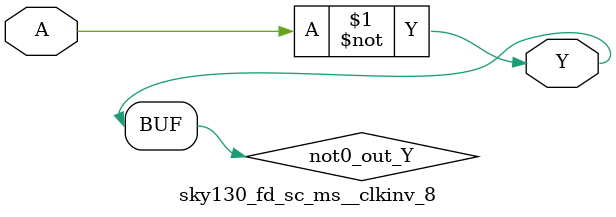
<source format=v>
/*
 * Copyright 2020 The SkyWater PDK Authors
 *
 * Licensed under the Apache License, Version 2.0 (the "License");
 * you may not use this file except in compliance with the License.
 * You may obtain a copy of the License at
 *
 *     https://www.apache.org/licenses/LICENSE-2.0
 *
 * Unless required by applicable law or agreed to in writing, software
 * distributed under the License is distributed on an "AS IS" BASIS,
 * WITHOUT WARRANTIES OR CONDITIONS OF ANY KIND, either express or implied.
 * See the License for the specific language governing permissions and
 * limitations under the License.
 *
 * SPDX-License-Identifier: Apache-2.0
*/


`ifndef SKY130_FD_SC_MS__CLKINV_8_FUNCTIONAL_V
`define SKY130_FD_SC_MS__CLKINV_8_FUNCTIONAL_V

/**
 * clkinv: Clock tree inverter.
 *
 * Verilog simulation functional model.
 */

`timescale 1ns / 1ps
`default_nettype none

`celldefine
module sky130_fd_sc_ms__clkinv_8 (
    Y,
    A
);

    // Module ports
    output Y;
    input  A;

    // Local signals
    wire not0_out_Y;

    //  Name  Output      Other arguments
    not not0 (not0_out_Y, A              );
    buf buf0 (Y         , not0_out_Y     );

endmodule
`endcelldefine

`default_nettype wire
`endif  // SKY130_FD_SC_MS__CLKINV_8_FUNCTIONAL_V

</source>
